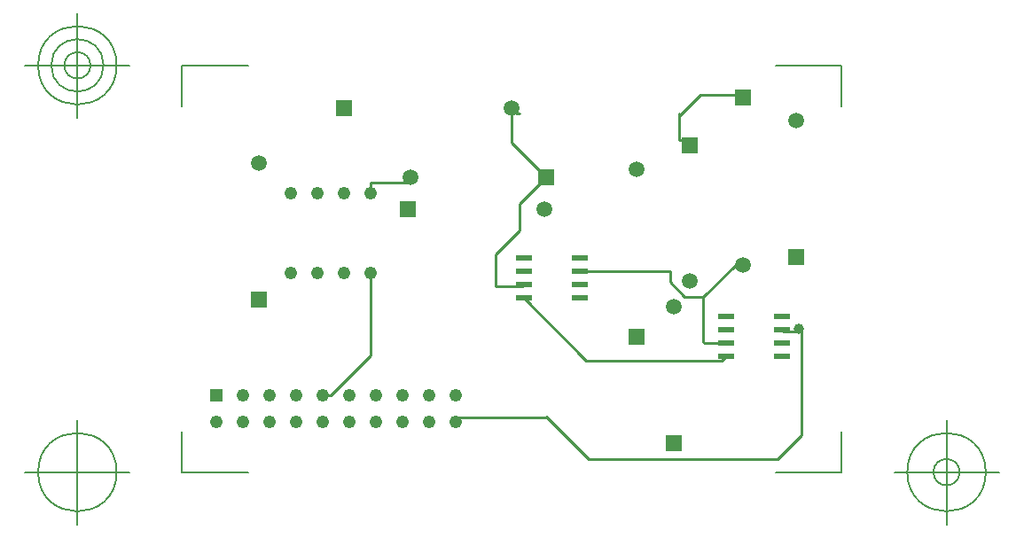
<source format=gbr>
G04 Generated by Ultiboard 14.2 *
%FSLAX24Y24*%
%MOIN*%

%ADD10C,0.0001*%
%ADD11C,0.0100*%
%ADD12C,0.0050*%
%ADD13C,0.0394*%
%ADD14C,0.0490*%
%ADD15R,0.0490X0.0490*%
%ADD16C,0.0591*%
%ADD17R,0.0591X0.0591*%
%ADD18R,0.0610X0.0236*%


G04 ColorRGB FFCC66 for the following layer *
%LNTop Stack-up 1*%
%LPD*%
G54D10*
G54D11*
X17400Y19000D02*
X17400Y19200D01*
X16400Y21400D02*
X16299Y21400D01*
X16099Y21600D01*
X12282Y19000D02*
X12082Y18800D01*
X10800Y18800D01*
X10800Y18400D01*
X16099Y21600D02*
X16099Y20301D01*
X17400Y19000D01*
X22800Y20200D02*
X22800Y20400D01*
X22400Y20400D01*
X22400Y21400D01*
X23300Y14500D02*
X24501Y15701D01*
X24800Y15701D01*
X24137Y12750D02*
X23350Y12750D01*
X23300Y12800D01*
X23300Y14500D01*
X22400Y21300D02*
X23200Y22100D01*
X24700Y22100D01*
X24800Y22000D01*
X26900Y13300D02*
X26800Y13200D01*
X26300Y13200D01*
X26900Y13300D02*
X27000Y13200D01*
X10800Y12300D02*
X10800Y15400D01*
X10800Y12300D02*
X9300Y10800D01*
X9000Y10800D01*
X22050Y15050D02*
X22600Y14500D01*
X22050Y15450D02*
X22050Y15050D01*
X18663Y15450D02*
X22050Y15450D01*
X22600Y14500D02*
X23300Y14500D01*
X23987Y12100D02*
X24137Y12250D01*
X18887Y12100D02*
X16537Y14450D01*
X18887Y12100D02*
X23987Y12100D01*
X15500Y16100D02*
X15500Y14900D01*
X16400Y17000D02*
X15500Y16100D01*
X16400Y18000D02*
X16400Y17000D01*
X17400Y19000D02*
X16400Y18000D01*
X16487Y14900D02*
X16537Y14950D01*
X15500Y14900D02*
X16487Y14900D01*
X17450Y9950D02*
X14050Y9950D01*
X14000Y9900D01*
X19000Y8400D02*
X26100Y8400D01*
X17400Y10000D02*
X19000Y8400D01*
X27000Y9300D02*
X26100Y8400D01*
X27000Y9300D02*
X27000Y13300D01*
G54D12*
X3697Y7900D02*
X3697Y9430D01*
X3697Y7900D02*
X6178Y7900D01*
X28500Y7900D02*
X26020Y7900D01*
X28500Y7900D02*
X28500Y9430D01*
X28500Y23200D02*
X28500Y21670D01*
X28500Y23200D02*
X26020Y23200D01*
X3697Y23200D02*
X6178Y23200D01*
X3697Y23200D02*
X3697Y21670D01*
X1729Y7900D02*
X-2208Y7900D01*
X-240Y5931D02*
X-240Y9869D01*
X-1716Y7900D02*
G75*
D01*
G02X-1716Y7900I1476J0*
G01*
X30469Y7900D02*
X34406Y7900D01*
X32437Y5931D02*
X32437Y9869D01*
X30961Y7900D02*
G75*
D01*
G02X30961Y7900I1476J0*
G01*
X31945Y7900D02*
G75*
D01*
G02X31945Y7900I492J0*
G01*
X1729Y23200D02*
X-2208Y23200D01*
X-240Y21231D02*
X-240Y25169D01*
X-1716Y23200D02*
G75*
D01*
G02X-1716Y23200I1476J0*
G01*
X-1224Y23200D02*
G75*
D01*
G02X-1224Y23200I984J0*
G01*
X-732Y23200D02*
G75*
D01*
G02X-732Y23200I492J0*
G01*
G54D13*
X26900Y13300D03*
G54D14*
X6000Y10800D03*
X7000Y10800D03*
X8000Y10800D03*
X9000Y10800D03*
X10000Y10800D03*
X11000Y10800D03*
X12000Y10800D03*
X13000Y10800D03*
X14000Y10800D03*
X5000Y9800D03*
X6000Y9800D03*
X7000Y9800D03*
X8000Y9800D03*
X9000Y9800D03*
X10000Y9800D03*
X11000Y9800D03*
X12000Y9800D03*
X13000Y9800D03*
X14000Y9800D03*
X7800Y15400D03*
X7800Y18400D03*
X8800Y15400D03*
X10800Y15400D03*
X9800Y15400D03*
X10800Y18400D03*
X8800Y18400D03*
X9800Y18400D03*
G54D15*
X5000Y10800D03*
G54D16*
X17318Y17800D03*
X16099Y21600D03*
X6600Y19518D03*
X24800Y15701D03*
X22800Y15082D03*
X26800Y21118D03*
X22200Y14118D03*
X20800Y19299D03*
X12282Y19000D03*
G54D17*
X12200Y17800D03*
X9800Y21600D03*
X6600Y14400D03*
X24800Y22000D03*
X22800Y20200D03*
X26800Y16000D03*
X22200Y9000D03*
X20800Y13000D03*
X17400Y19000D03*
G54D18*
X24137Y12750D03*
X24137Y12250D03*
X24137Y13750D03*
X24137Y13250D03*
X26263Y12250D03*
X26263Y12750D03*
X26263Y13250D03*
X26263Y13750D03*
X16537Y14950D03*
X16537Y14450D03*
X16537Y15950D03*
X16537Y15450D03*
X18663Y14450D03*
X18663Y14950D03*
X18663Y15450D03*
X18663Y15950D03*

M02*

</source>
